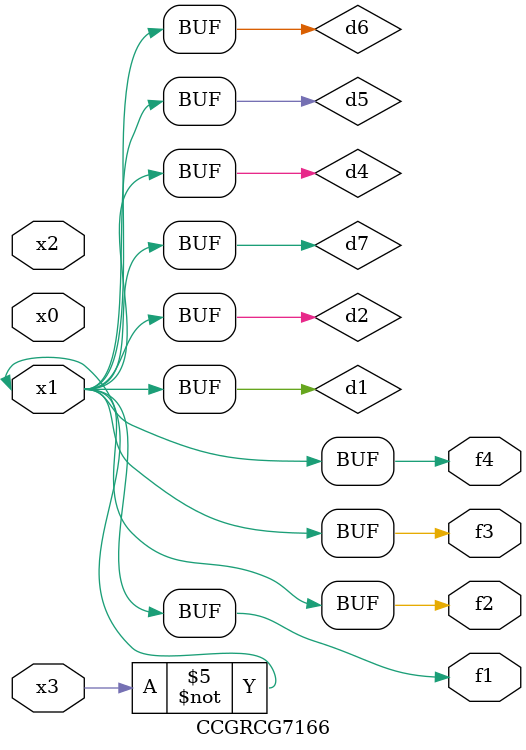
<source format=v>
module CCGRCG7166(
	input x0, x1, x2, x3,
	output f1, f2, f3, f4
);

	wire d1, d2, d3, d4, d5, d6, d7;

	not (d1, x3);
	buf (d2, x1);
	xnor (d3, d1, d2);
	nor (d4, d1);
	buf (d5, d1, d2);
	buf (d6, d4, d5);
	nand (d7, d4);
	assign f1 = d6;
	assign f2 = d7;
	assign f3 = d6;
	assign f4 = d6;
endmodule

</source>
